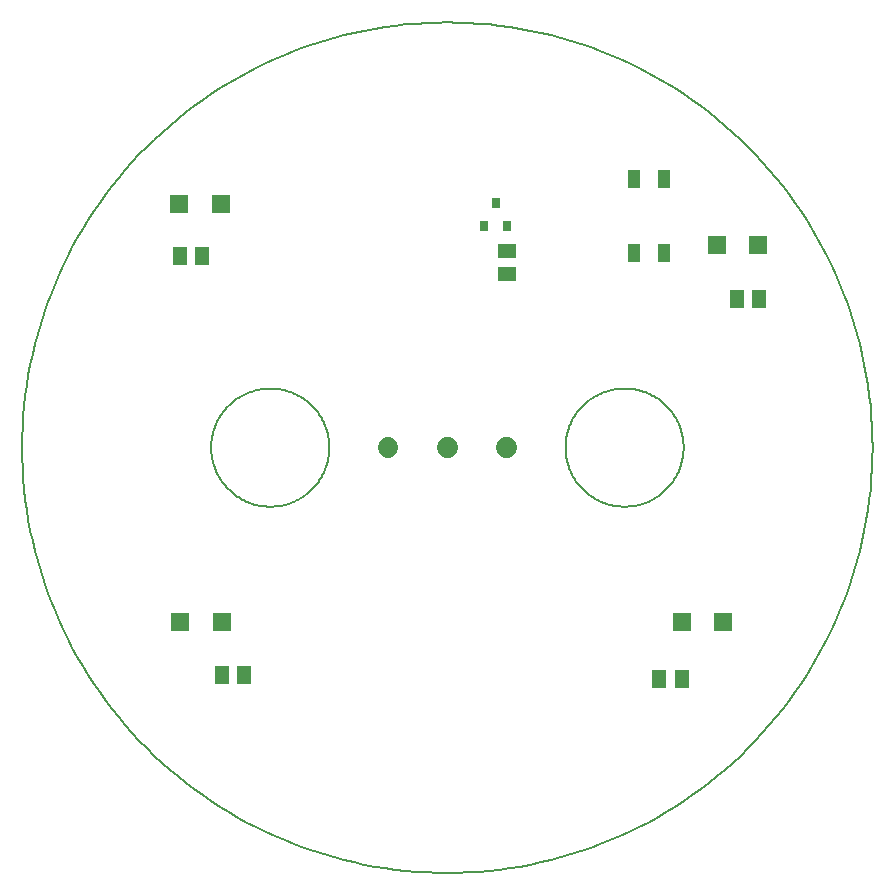
<source format=gbp>
G04 EAGLE Gerber RS-274X export*
G75*
%MOMM*%
%FSLAX34Y34*%
%LPD*%
%INSolder paste bottom*%
%IPPOS*%
%AMOC8*
5,1,8,0,0,1.08239X$1,22.5*%
G01*
%ADD10C,0.152400*%
%ADD11C,1.683000*%
%ADD12R,1.100000X1.500000*%
%ADD13R,0.800000X0.900000*%
%ADD14R,1.500000X1.500000*%
%ADD15R,1.300000X1.500000*%
%ADD16R,1.500000X1.300000*%


D10*
X0Y360000D02*
X108Y368835D01*
X434Y377664D01*
X975Y386483D01*
X1733Y395286D01*
X2707Y404068D01*
X3896Y412823D01*
X5300Y421546D01*
X6917Y430233D01*
X8747Y438876D01*
X10789Y447473D01*
X13041Y456017D01*
X15501Y464502D01*
X18170Y472925D01*
X21044Y481280D01*
X24123Y489562D01*
X27403Y497766D01*
X30884Y505887D01*
X34564Y513920D01*
X38439Y521860D01*
X42508Y529703D01*
X46769Y537443D01*
X51218Y545077D01*
X55853Y552599D01*
X60671Y560005D01*
X65669Y567291D01*
X70845Y574452D01*
X76195Y581483D01*
X81716Y588382D01*
X87405Y595142D01*
X93258Y601761D01*
X99271Y608235D01*
X105442Y614558D01*
X111765Y620729D01*
X118239Y626742D01*
X124858Y632595D01*
X131618Y638284D01*
X138517Y643805D01*
X145548Y649155D01*
X152709Y654331D01*
X159995Y659329D01*
X167401Y664147D01*
X174923Y668782D01*
X182557Y673231D01*
X190297Y677492D01*
X198140Y681561D01*
X206080Y685436D01*
X214113Y689116D01*
X222234Y692597D01*
X230438Y695877D01*
X238720Y698956D01*
X247075Y701830D01*
X255498Y704499D01*
X263983Y706959D01*
X272527Y709211D01*
X281124Y711253D01*
X289767Y713083D01*
X298454Y714700D01*
X307177Y716104D01*
X315932Y717293D01*
X324714Y718267D01*
X333517Y719025D01*
X342336Y719566D01*
X351165Y719892D01*
X360000Y720000D01*
X368835Y719892D01*
X377664Y719566D01*
X386483Y719025D01*
X395286Y718267D01*
X404068Y717293D01*
X412823Y716104D01*
X421546Y714700D01*
X430233Y713083D01*
X438876Y711253D01*
X447473Y709211D01*
X456017Y706959D01*
X464502Y704499D01*
X472925Y701830D01*
X481280Y698956D01*
X489562Y695877D01*
X497766Y692597D01*
X505887Y689116D01*
X513920Y685436D01*
X521860Y681561D01*
X529703Y677492D01*
X537443Y673231D01*
X545077Y668782D01*
X552599Y664147D01*
X560005Y659329D01*
X567291Y654331D01*
X574452Y649155D01*
X581483Y643805D01*
X588382Y638284D01*
X595142Y632595D01*
X601761Y626742D01*
X608235Y620729D01*
X614558Y614558D01*
X620729Y608235D01*
X626742Y601761D01*
X632595Y595142D01*
X638284Y588382D01*
X643805Y581483D01*
X649155Y574452D01*
X654331Y567291D01*
X659329Y560005D01*
X664147Y552599D01*
X668782Y545077D01*
X673231Y537443D01*
X677492Y529703D01*
X681561Y521860D01*
X685436Y513920D01*
X689116Y505887D01*
X692597Y497766D01*
X695877Y489562D01*
X698956Y481280D01*
X701830Y472925D01*
X704499Y464502D01*
X706959Y456017D01*
X709211Y447473D01*
X711253Y438876D01*
X713083Y430233D01*
X714700Y421546D01*
X716104Y412823D01*
X717293Y404068D01*
X718267Y395286D01*
X719025Y386483D01*
X719566Y377664D01*
X719892Y368835D01*
X720000Y360000D01*
X719892Y351165D01*
X719566Y342336D01*
X719025Y333517D01*
X718267Y324714D01*
X717293Y315932D01*
X716104Y307177D01*
X714700Y298454D01*
X713083Y289767D01*
X711253Y281124D01*
X709211Y272527D01*
X706959Y263983D01*
X704499Y255498D01*
X701830Y247075D01*
X698956Y238720D01*
X695877Y230438D01*
X692597Y222234D01*
X689116Y214113D01*
X685436Y206080D01*
X681561Y198140D01*
X677492Y190297D01*
X673231Y182557D01*
X668782Y174923D01*
X664147Y167401D01*
X659329Y159995D01*
X654331Y152709D01*
X649155Y145548D01*
X643805Y138517D01*
X638284Y131618D01*
X632595Y124858D01*
X626742Y118239D01*
X620729Y111765D01*
X614558Y105442D01*
X608235Y99271D01*
X601761Y93258D01*
X595142Y87405D01*
X588382Y81716D01*
X581483Y76195D01*
X574452Y70845D01*
X567291Y65669D01*
X560005Y60671D01*
X552599Y55853D01*
X545077Y51218D01*
X537443Y46769D01*
X529703Y42508D01*
X521860Y38439D01*
X513920Y34564D01*
X505887Y30884D01*
X497766Y27403D01*
X489562Y24123D01*
X481280Y21044D01*
X472925Y18170D01*
X464502Y15501D01*
X456017Y13041D01*
X447473Y10789D01*
X438876Y8747D01*
X430233Y6917D01*
X421546Y5300D01*
X412823Y3896D01*
X404068Y2707D01*
X395286Y1733D01*
X386483Y975D01*
X377664Y434D01*
X368835Y108D01*
X360000Y0D01*
X351165Y108D01*
X342336Y434D01*
X333517Y975D01*
X324714Y1733D01*
X315932Y2707D01*
X307177Y3896D01*
X298454Y5300D01*
X289767Y6917D01*
X281124Y8747D01*
X272527Y10789D01*
X263983Y13041D01*
X255498Y15501D01*
X247075Y18170D01*
X238720Y21044D01*
X230438Y24123D01*
X222234Y27403D01*
X214113Y30884D01*
X206080Y34564D01*
X198140Y38439D01*
X190297Y42508D01*
X182557Y46769D01*
X174923Y51218D01*
X167401Y55853D01*
X159995Y60671D01*
X152709Y65669D01*
X145548Y70845D01*
X138517Y76195D01*
X131618Y81716D01*
X124858Y87405D01*
X118239Y93258D01*
X111765Y99271D01*
X105442Y105442D01*
X99271Y111765D01*
X93258Y118239D01*
X87405Y124858D01*
X81716Y131618D01*
X76195Y138517D01*
X70845Y145548D01*
X65669Y152709D01*
X60671Y159995D01*
X55853Y167401D01*
X51218Y174923D01*
X46769Y182557D01*
X42508Y190297D01*
X38439Y198140D01*
X34564Y206080D01*
X30884Y214113D01*
X27403Y222234D01*
X24123Y230438D01*
X21044Y238720D01*
X18170Y247075D01*
X15501Y255498D01*
X13041Y263983D01*
X10789Y272527D01*
X8747Y281124D01*
X6917Y289767D01*
X5300Y298454D01*
X3896Y307177D01*
X2707Y315932D01*
X1733Y324714D01*
X975Y333517D01*
X434Y342336D01*
X108Y351165D01*
X0Y360000D01*
X460000Y360000D02*
X460015Y361227D01*
X460060Y362453D01*
X460135Y363678D01*
X460241Y364901D01*
X460376Y366121D01*
X460541Y367337D01*
X460736Y368548D01*
X460961Y369755D01*
X461215Y370955D01*
X461498Y372149D01*
X461811Y373336D01*
X462153Y374514D01*
X462524Y375684D01*
X462923Y376844D01*
X463350Y377995D01*
X463806Y379134D01*
X464290Y380262D01*
X464801Y381378D01*
X465339Y382481D01*
X465904Y383570D01*
X466496Y384645D01*
X467114Y385705D01*
X467757Y386750D01*
X468427Y387779D01*
X469121Y388790D01*
X469840Y389785D01*
X470583Y390762D01*
X471349Y391720D01*
X472140Y392659D01*
X472952Y393578D01*
X473788Y394477D01*
X474645Y395355D01*
X475523Y396212D01*
X476422Y397048D01*
X477341Y397860D01*
X478280Y398651D01*
X479238Y399417D01*
X480215Y400160D01*
X481210Y400879D01*
X482221Y401573D01*
X483250Y402243D01*
X484295Y402886D01*
X485355Y403504D01*
X486430Y404096D01*
X487519Y404661D01*
X488622Y405199D01*
X489738Y405710D01*
X490866Y406194D01*
X492005Y406650D01*
X493156Y407077D01*
X494316Y407476D01*
X495486Y407847D01*
X496664Y408189D01*
X497851Y408502D01*
X499045Y408785D01*
X500245Y409039D01*
X501452Y409264D01*
X502663Y409459D01*
X503879Y409624D01*
X505099Y409759D01*
X506322Y409865D01*
X507547Y409940D01*
X508773Y409985D01*
X510000Y410000D01*
X511227Y409985D01*
X512453Y409940D01*
X513678Y409865D01*
X514901Y409759D01*
X516121Y409624D01*
X517337Y409459D01*
X518548Y409264D01*
X519755Y409039D01*
X520955Y408785D01*
X522149Y408502D01*
X523336Y408189D01*
X524514Y407847D01*
X525684Y407476D01*
X526844Y407077D01*
X527995Y406650D01*
X529134Y406194D01*
X530262Y405710D01*
X531378Y405199D01*
X532481Y404661D01*
X533570Y404096D01*
X534645Y403504D01*
X535705Y402886D01*
X536750Y402243D01*
X537779Y401573D01*
X538790Y400879D01*
X539785Y400160D01*
X540762Y399417D01*
X541720Y398651D01*
X542659Y397860D01*
X543578Y397048D01*
X544477Y396212D01*
X545355Y395355D01*
X546212Y394477D01*
X547048Y393578D01*
X547860Y392659D01*
X548651Y391720D01*
X549417Y390762D01*
X550160Y389785D01*
X550879Y388790D01*
X551573Y387779D01*
X552243Y386750D01*
X552886Y385705D01*
X553504Y384645D01*
X554096Y383570D01*
X554661Y382481D01*
X555199Y381378D01*
X555710Y380262D01*
X556194Y379134D01*
X556650Y377995D01*
X557077Y376844D01*
X557476Y375684D01*
X557847Y374514D01*
X558189Y373336D01*
X558502Y372149D01*
X558785Y370955D01*
X559039Y369755D01*
X559264Y368548D01*
X559459Y367337D01*
X559624Y366121D01*
X559759Y364901D01*
X559865Y363678D01*
X559940Y362453D01*
X559985Y361227D01*
X560000Y360000D01*
X559985Y358773D01*
X559940Y357547D01*
X559865Y356322D01*
X559759Y355099D01*
X559624Y353879D01*
X559459Y352663D01*
X559264Y351452D01*
X559039Y350245D01*
X558785Y349045D01*
X558502Y347851D01*
X558189Y346664D01*
X557847Y345486D01*
X557476Y344316D01*
X557077Y343156D01*
X556650Y342005D01*
X556194Y340866D01*
X555710Y339738D01*
X555199Y338622D01*
X554661Y337519D01*
X554096Y336430D01*
X553504Y335355D01*
X552886Y334295D01*
X552243Y333250D01*
X551573Y332221D01*
X550879Y331210D01*
X550160Y330215D01*
X549417Y329238D01*
X548651Y328280D01*
X547860Y327341D01*
X547048Y326422D01*
X546212Y325523D01*
X545355Y324645D01*
X544477Y323788D01*
X543578Y322952D01*
X542659Y322140D01*
X541720Y321349D01*
X540762Y320583D01*
X539785Y319840D01*
X538790Y319121D01*
X537779Y318427D01*
X536750Y317757D01*
X535705Y317114D01*
X534645Y316496D01*
X533570Y315904D01*
X532481Y315339D01*
X531378Y314801D01*
X530262Y314290D01*
X529134Y313806D01*
X527995Y313350D01*
X526844Y312923D01*
X525684Y312524D01*
X524514Y312153D01*
X523336Y311811D01*
X522149Y311498D01*
X520955Y311215D01*
X519755Y310961D01*
X518548Y310736D01*
X517337Y310541D01*
X516121Y310376D01*
X514901Y310241D01*
X513678Y310135D01*
X512453Y310060D01*
X511227Y310015D01*
X510000Y310000D01*
X508773Y310015D01*
X507547Y310060D01*
X506322Y310135D01*
X505099Y310241D01*
X503879Y310376D01*
X502663Y310541D01*
X501452Y310736D01*
X500245Y310961D01*
X499045Y311215D01*
X497851Y311498D01*
X496664Y311811D01*
X495486Y312153D01*
X494316Y312524D01*
X493156Y312923D01*
X492005Y313350D01*
X490866Y313806D01*
X489738Y314290D01*
X488622Y314801D01*
X487519Y315339D01*
X486430Y315904D01*
X485355Y316496D01*
X484295Y317114D01*
X483250Y317757D01*
X482221Y318427D01*
X481210Y319121D01*
X480215Y319840D01*
X479238Y320583D01*
X478280Y321349D01*
X477341Y322140D01*
X476422Y322952D01*
X475523Y323788D01*
X474645Y324645D01*
X473788Y325523D01*
X472952Y326422D01*
X472140Y327341D01*
X471349Y328280D01*
X470583Y329238D01*
X469840Y330215D01*
X469121Y331210D01*
X468427Y332221D01*
X467757Y333250D01*
X467114Y334295D01*
X466496Y335355D01*
X465904Y336430D01*
X465339Y337519D01*
X464801Y338622D01*
X464290Y339738D01*
X463806Y340866D01*
X463350Y342005D01*
X462923Y343156D01*
X462524Y344316D01*
X462153Y345486D01*
X461811Y346664D01*
X461498Y347851D01*
X461215Y349045D01*
X460961Y350245D01*
X460736Y351452D01*
X460541Y352663D01*
X460376Y353879D01*
X460241Y355099D01*
X460135Y356322D01*
X460060Y357547D01*
X460015Y358773D01*
X460000Y360000D01*
X160000Y360000D02*
X160015Y361227D01*
X160060Y362453D01*
X160135Y363678D01*
X160241Y364901D01*
X160376Y366121D01*
X160541Y367337D01*
X160736Y368548D01*
X160961Y369755D01*
X161215Y370955D01*
X161498Y372149D01*
X161811Y373336D01*
X162153Y374514D01*
X162524Y375684D01*
X162923Y376844D01*
X163350Y377995D01*
X163806Y379134D01*
X164290Y380262D01*
X164801Y381378D01*
X165339Y382481D01*
X165904Y383570D01*
X166496Y384645D01*
X167114Y385705D01*
X167757Y386750D01*
X168427Y387779D01*
X169121Y388790D01*
X169840Y389785D01*
X170583Y390762D01*
X171349Y391720D01*
X172140Y392659D01*
X172952Y393578D01*
X173788Y394477D01*
X174645Y395355D01*
X175523Y396212D01*
X176422Y397048D01*
X177341Y397860D01*
X178280Y398651D01*
X179238Y399417D01*
X180215Y400160D01*
X181210Y400879D01*
X182221Y401573D01*
X183250Y402243D01*
X184295Y402886D01*
X185355Y403504D01*
X186430Y404096D01*
X187519Y404661D01*
X188622Y405199D01*
X189738Y405710D01*
X190866Y406194D01*
X192005Y406650D01*
X193156Y407077D01*
X194316Y407476D01*
X195486Y407847D01*
X196664Y408189D01*
X197851Y408502D01*
X199045Y408785D01*
X200245Y409039D01*
X201452Y409264D01*
X202663Y409459D01*
X203879Y409624D01*
X205099Y409759D01*
X206322Y409865D01*
X207547Y409940D01*
X208773Y409985D01*
X210000Y410000D01*
X211227Y409985D01*
X212453Y409940D01*
X213678Y409865D01*
X214901Y409759D01*
X216121Y409624D01*
X217337Y409459D01*
X218548Y409264D01*
X219755Y409039D01*
X220955Y408785D01*
X222149Y408502D01*
X223336Y408189D01*
X224514Y407847D01*
X225684Y407476D01*
X226844Y407077D01*
X227995Y406650D01*
X229134Y406194D01*
X230262Y405710D01*
X231378Y405199D01*
X232481Y404661D01*
X233570Y404096D01*
X234645Y403504D01*
X235705Y402886D01*
X236750Y402243D01*
X237779Y401573D01*
X238790Y400879D01*
X239785Y400160D01*
X240762Y399417D01*
X241720Y398651D01*
X242659Y397860D01*
X243578Y397048D01*
X244477Y396212D01*
X245355Y395355D01*
X246212Y394477D01*
X247048Y393578D01*
X247860Y392659D01*
X248651Y391720D01*
X249417Y390762D01*
X250160Y389785D01*
X250879Y388790D01*
X251573Y387779D01*
X252243Y386750D01*
X252886Y385705D01*
X253504Y384645D01*
X254096Y383570D01*
X254661Y382481D01*
X255199Y381378D01*
X255710Y380262D01*
X256194Y379134D01*
X256650Y377995D01*
X257077Y376844D01*
X257476Y375684D01*
X257847Y374514D01*
X258189Y373336D01*
X258502Y372149D01*
X258785Y370955D01*
X259039Y369755D01*
X259264Y368548D01*
X259459Y367337D01*
X259624Y366121D01*
X259759Y364901D01*
X259865Y363678D01*
X259940Y362453D01*
X259985Y361227D01*
X260000Y360000D01*
X259985Y358773D01*
X259940Y357547D01*
X259865Y356322D01*
X259759Y355099D01*
X259624Y353879D01*
X259459Y352663D01*
X259264Y351452D01*
X259039Y350245D01*
X258785Y349045D01*
X258502Y347851D01*
X258189Y346664D01*
X257847Y345486D01*
X257476Y344316D01*
X257077Y343156D01*
X256650Y342005D01*
X256194Y340866D01*
X255710Y339738D01*
X255199Y338622D01*
X254661Y337519D01*
X254096Y336430D01*
X253504Y335355D01*
X252886Y334295D01*
X252243Y333250D01*
X251573Y332221D01*
X250879Y331210D01*
X250160Y330215D01*
X249417Y329238D01*
X248651Y328280D01*
X247860Y327341D01*
X247048Y326422D01*
X246212Y325523D01*
X245355Y324645D01*
X244477Y323788D01*
X243578Y322952D01*
X242659Y322140D01*
X241720Y321349D01*
X240762Y320583D01*
X239785Y319840D01*
X238790Y319121D01*
X237779Y318427D01*
X236750Y317757D01*
X235705Y317114D01*
X234645Y316496D01*
X233570Y315904D01*
X232481Y315339D01*
X231378Y314801D01*
X230262Y314290D01*
X229134Y313806D01*
X227995Y313350D01*
X226844Y312923D01*
X225684Y312524D01*
X224514Y312153D01*
X223336Y311811D01*
X222149Y311498D01*
X220955Y311215D01*
X219755Y310961D01*
X218548Y310736D01*
X217337Y310541D01*
X216121Y310376D01*
X214901Y310241D01*
X213678Y310135D01*
X212453Y310060D01*
X211227Y310015D01*
X210000Y310000D01*
X208773Y310015D01*
X207547Y310060D01*
X206322Y310135D01*
X205099Y310241D01*
X203879Y310376D01*
X202663Y310541D01*
X201452Y310736D01*
X200245Y310961D01*
X199045Y311215D01*
X197851Y311498D01*
X196664Y311811D01*
X195486Y312153D01*
X194316Y312524D01*
X193156Y312923D01*
X192005Y313350D01*
X190866Y313806D01*
X189738Y314290D01*
X188622Y314801D01*
X187519Y315339D01*
X186430Y315904D01*
X185355Y316496D01*
X184295Y317114D01*
X183250Y317757D01*
X182221Y318427D01*
X181210Y319121D01*
X180215Y319840D01*
X179238Y320583D01*
X178280Y321349D01*
X177341Y322140D01*
X176422Y322952D01*
X175523Y323788D01*
X174645Y324645D01*
X173788Y325523D01*
X172952Y326422D01*
X172140Y327341D01*
X171349Y328280D01*
X170583Y329238D01*
X169840Y330215D01*
X169121Y331210D01*
X168427Y332221D01*
X167757Y333250D01*
X167114Y334295D01*
X166496Y335355D01*
X165904Y336430D01*
X165339Y337519D01*
X164801Y338622D01*
X164290Y339738D01*
X163806Y340866D01*
X163350Y342005D01*
X162923Y343156D01*
X162524Y344316D01*
X162153Y345486D01*
X161811Y346664D01*
X161498Y347851D01*
X161215Y349045D01*
X160961Y350245D01*
X160736Y351452D01*
X160541Y352663D01*
X160376Y353879D01*
X160241Y355099D01*
X160135Y356322D01*
X160060Y357547D01*
X160015Y358773D01*
X160000Y360000D01*
D11*
X409915Y360085D02*
X410085Y360085D01*
X410085Y359915D01*
X409915Y359915D01*
X409915Y360085D01*
X360085Y360085D02*
X359915Y360085D01*
X360085Y360085D02*
X360085Y359915D01*
X359915Y359915D01*
X359915Y360085D01*
X310085Y360085D02*
X309915Y360085D01*
X310085Y360085D02*
X310085Y359915D01*
X309915Y359915D01*
X309915Y360085D01*
D12*
X543330Y524770D03*
X517930Y524770D03*
X543330Y587770D03*
X517930Y587770D03*
D13*
X410350Y547256D03*
X391350Y547256D03*
X400850Y567256D03*
D14*
X588022Y531776D03*
X623022Y531776D03*
D15*
X605100Y485430D03*
X624100Y485430D03*
D14*
X168170Y566050D03*
X133170Y566050D03*
D15*
X152176Y522446D03*
X133176Y522446D03*
D14*
X133852Y212475D03*
X168852Y212475D03*
D15*
X188010Y167320D03*
X169010Y167320D03*
D14*
X593530Y212475D03*
X558530Y212475D03*
D15*
X539210Y164000D03*
X558210Y164000D03*
D16*
X410260Y526130D03*
X410260Y507130D03*
M02*

</source>
